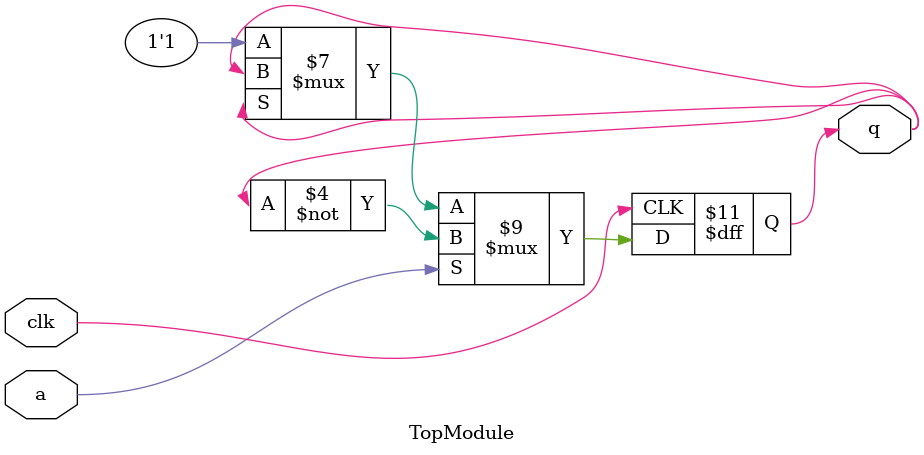
<source format=sv>
module TopModule (
    input logic clk,  // Clock input, positive edge-triggered
    input logic a,    // Data input
    output logic q    // Data output, one-bit register
);

    initial begin
        q = 0;  // Initialize output q to 0
    end

    always @(posedge clk) begin
        if (a == 0) begin
            if (q != 1) q <= 1;  // Set q to 1 if it's not already 1
        end else begin
            q <= ~q;  // Toggle q
        end
    end

endmodule
</source>
